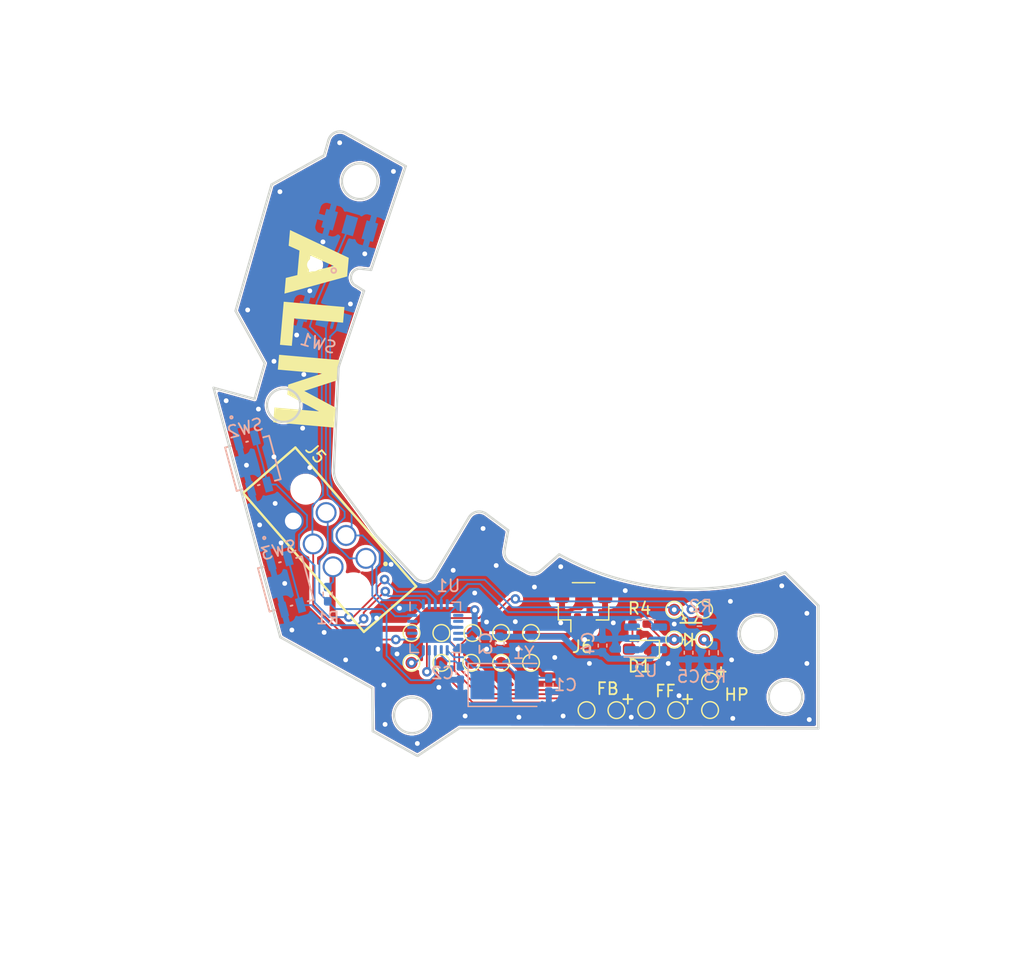
<source format=kicad_pcb>
(kicad_pcb (version 20221018) (generator pcbnew)
  (layers (0 "F.Cu" signal) (31 "B.Cu" signal) (34 "B.Paste" user) (35 "F.Paste" user) (36 "B.SilkS" user "B.Silkscreen") (37 "F.SilkS" user "F.Silkscreen") (38 "B.Mask" user) (39 "F.Mask" user) (44 "Edge.Cuts" user))
  (net 0 "")
  (net 1 "Net-(U1-XTAL1{slash}PB0)")
  (net 2 "GND")
  (net 3 "Net-(U1-XTAL2{slash}PB1)")
  (net 4 "+3V3")
  (net 5 "Net-(U2-OUT)")
  (net 6 "/~{reset}")
  (net 7 "/SCK")
  (net 8 "/MISO")
  (net 9 "/MOSI")
  (net 10 "+BATT")
  (net 11 "/opto_out")
  (net 12 "Net-(OC1-Pad2)")
  (net 13 "/vol_up")
  (net 14 "/vol_down")
  (net 15 "/FF_mic_R_+")
  (net 16 "/FF_mic_R_-")
  (net 17 "/FB_mic_R_+")
  (net 18 "/FB_mic_R_-")
  (net 19 "/HP_R_+")
  (net 20 "/HP_R_-")
  (net 21 "/right_side_data")
  (net 22 "/opto_LDR")
  (net 23 "/opto_en")
  (net 31 "Net-(D1-A)")
  (footprint "LED_SMD:LED_0603_1608Metric_Pad1.05x0.95mm_HandSolder" (layer "F.Cu") (at 61 93.7 180)
    (fp_text reference "D1" (at 0 -1.43 180) (layer "F.SilkS"))
    (fp_text value "LED")
    (pad "1" smd roundrect (at -0.875 0 180) (size 1.05 0.95) (layers "F.Cu" "F.Paste" "F.Mask") (net 2 "GND"))
    (pad "2" smd roundrect (at 0.875 0 180) (size 1.05 0.95) (layers "F.Cu" "F.Paste" "F.Mask") (net 31 "Net-(D1-A)"))
  )
  (footprint "TestPoint:TestPoint_Pad_D1.0mm" (layer "F.Cu") (at 41.912115 92.347962)
    (fp_text reference "TP8" hide)
    (fp_text value "TestPoint")
    (pad "1" smd circle (at 0 0) (size 1 1) (layers "F.Cu" "F.Mask") (net 4 "+3V3"))
  )
  (footprint "TestPoint:TestPoint_Pad_D1.0mm" (layer "F.Cu") (at 46.912115 94.847963)
    (fp_text reference "TP16" hide)
    (fp_text value "TestPoint")
    (pad "1" smd circle (at 0 0) (size 1 1) (layers "F.Cu" "F.Mask") (net 15 "/FF_mic_R_+"))
  )
  (footprint "TestPoint:TestPoint_Pad_D1.0mm" (layer "F.Cu") (at 47.012115 92.347962)
    (fp_text reference "TP13" hide)
    (fp_text value "TestPoint")
    (pad "1" smd circle (at 0 0) (size 1 1) (layers "F.Cu" "F.Mask") (net 16 "/FF_mic_R_-"))
  )
  (footprint "TestPoint:TestPoint_Pad_D1.0mm" (layer "F.Cu") (at 63.9 92.9 90)
    (fp_text reference "TP17" hide)
    (fp_text value "TestPoint")
    (pad "1" smd circle (at 0 0 90) (size 1 1) (layers "F.Cu" "F.Mask") (net 5 "Net-(U2-OUT)"))
  )
  (footprint "TestPoint:TestPoint_Pad_D1.0mm" (layer "F.Cu") (at 66.4 92.9 90)
    (fp_text reference "TP18" hide)
    (fp_text value "TestPoint")
    (pad "1" smd circle (at 0 0 90) (size 1 1) (layers "F.Cu" "F.Mask") (net 12 "Net-(OC1-Pad2)"))
  )
  (footprint "TestPoint:TestPoint_Pad_D1.0mm" (layer "F.Cu") (at 59.060237 98.808576 -90)
    (fp_text reference "TP3" hide)
    (fp_text value "TestPoint")
    (pad "1" smd circle (at 0 0 270) (size 1 1) (layers "F.Cu" "F.Mask") (net 17 "/FB_mic_R_+"))
  )
  (footprint "TestPoint:TestPoint_Pad_D1.0mm" (layer "F.Cu") (at 63.9 90.4 90)
    (fp_text reference "TP19" hide)
    (fp_text value "TestPoint")
    (pad "1" smd circle (at 0 0 90) (size 1 1) (layers "F.Cu" "F.Mask") (net 11 "/opto_out"))
  )
  (footprint "TestPoint:TestPoint_Pad_D1.0mm" (layer "F.Cu") (at 64.060236 98.808576 -90)
    (fp_text reference "TP1" hide)
    (fp_text value "TestPoint")
    (pad "1" smd circle (at 0 0 270) (size 1 1) (layers "F.Cu" "F.Mask") (net 15 "/FF_mic_R_+"))
  )
  (footprint "TestPoint:TestPoint_Pad_D1.0mm" (layer "F.Cu") (at 49.412115 92.347962)
    (fp_text reference "TP7" hide)
    (fp_text value "TestPoint")
    (pad "1" smd circle (at 0 0) (size 1 1) (layers "F.Cu" "F.Mask") (net 2 "GND"))
  )
  (footprint "TestPoint:TestPoint_Pad_D1.0mm" (layer "F.Cu") (at 66.9 98.8)
    (fp_text reference "TP6" hide)
    (fp_text value "TestPoint")
    (pad "1" smd circle (at 0 0) (size 1 1) (layers "F.Cu" "F.Mask") (net 20 "/HP_R_-"))
  )
  (footprint "TestPoint:TestPoint_Pad_D1.0mm" (layer "F.Cu") (at 51.912115 92.347962)
    (fp_text reference "TP9" hide)
    (fp_text value "TestPoint")
    (pad "1" smd circle (at 0 0) (size 1 1) (layers "F.Cu" "F.Mask") (net 10 "+BATT"))
  )
  (footprint "TestPoint:TestPoint_Pad_D1.0mm" (layer "F.Cu") (at 44.412115 94.847963)
    (fp_text reference "TP15" hide)
    (fp_text value "TestPoint")
    (pad "1" smd circle (at 0 0) (size 1 1) (layers "F.Cu" "F.Mask") (net 18 "/FB_mic_R_-"))
  )
  (footprint "TestPoint:TestPoint_Pad_D1.0mm" (layer "F.Cu") (at 41.912115 94.847963)
    (fp_text reference "TP12" hide)
    (fp_text value "TestPoint")
    (pad "1" smd circle (at 0 0) (size 1 1) (layers "F.Cu" "F.Mask") (net 21 "/right_side_data"))
  )
  (footprint "Connector_JST:JST_SH_BM02B-SRSS-TB_1x02-1MP_P1.00mm_Vertical" (layer "F.Cu") (at 56.309763 90.146694 -0.1)
    (fp_text reference "J6" (at -0.10391 3.353492 179.9) (layer "F.SilkS"))
    (fp_text value "Batt")
    (pad "1" smd roundrect (at -0.5 1.325 359.9) (size 0.6 1.55) (layers "F.Cu" "F.Paste" "F.Mask") (net 10 "+BATT"))
    (pad "2" smd roundrect (at 0.5 1.325 359.9) (size 0.6 1.55) (layers "F.Cu" "F.Paste" "F.Mask") (net 2 "GND"))
    (pad "MP" smd roundrect (at -1.8 -1.2 359.9) (size 1.2 1.8) (layers "F.Cu" "F.Paste" "F.Mask") (roundrect_rratio 0.2083333333) (net 2 "GND"))
    (pad "MP" smd roundrect (at 1.8 -1.2 359.9) (size 1.2 1.8) (layers "F.Cu" "F.Paste" "F.Mask") (roundrect_rratio 0.2083333333) (net 2 "GND"))
  )
  (footprint "TestPoint:TestPoint_Pad_D1.0mm" (layer "F.Cu") (at 66.9 96.4)
    (fp_text reference "TP5" hide)
    (fp_text value "TestPoint")
    (pad "1" smd circle (at 0 0) (size 1 1) (layers "F.Cu" "F.Mask") (net 19 "/HP_R_+"))
  )
  (footprint "TestPoint:TestPoint_Pad_D1.0mm" (layer "F.Cu") (at 56.560236 98.808576 -90)
    (fp_text reference "TP4" hide)
    (fp_text value "TestPoint")
    (pad "1" smd circle (at 0 0 270) (size 1 1) (layers "F.Cu" "F.Mask") (net 18 "/FB_mic_R_-"))
  )
  (footprint "TestPoint:TestPoint_Pad_D1.0mm" (layer "F.Cu") (at 66.4 90.4 90)
    (fp_text reference "TP20" hide)
    (fp_text value "TestPoint")
    (pad "1" smd circle (at 0 0 90) (size 1 1) (layers "F.Cu" "F.Mask") (net 22 "/opto_LDR"))
  )
  (footprint "TestPoint:TestPoint_Pad_D1.0mm" (layer "F.Cu") (at 61.560237 98.808576 -90)
    (fp_text reference "TP2" hide)
    (fp_text value "TestPoint")
    (pad "1" smd circle (at 0 0 270) (size 1 1) (layers "F.Cu" "F.Mask") (net 16 "/FF_mic_R_-"))
  )
  (footprint "TestPoint:TestPoint_Pad_D1.0mm" (layer "F.Cu") (at 44.412115 92.347962)
    (fp_text reference "TP14" hide)
    (fp_text value "TestPoint")
    (pad "1" smd circle (at 0 0) (size 1 1) (layers "F.Cu" "F.Mask") (net 17 "/FB_mic_R_+"))
  )
  (footprint "Resistor_SMD:R_0402_1005Metric_Pad0.72x0.64mm_HandSolder" (layer "F.Cu") (at 61 91.6 180)
    (fp_text reference "R4" (at 0 1.3) (layer "F.SilkS"))
    (fp_text value "220")
    (pad "1" smd roundrect (at -0.5975 0 180) (size 0.715 0.64) (layers "F.Cu" "F.Paste" "F.Mask") (net 5 "Net-(U2-OUT)"))
    (pad "2" smd roundrect (at 0.5975 0 180) (size 0.715 0.64) (layers "F.Cu" "F.Paste" "F.Mask") (net 31 "Net-(D1-A)"))
  )
  (footprint "WE 6 Position SKEDD:490107670612" (layer "F.Cu") (at 35.058531 84.536992 -49)
    (fp_text reference "J5" (at -6.221892 -3.873539 131) (layer "F.SilkS"))
    (fp_text value "programming")
    (pad "" np_thru_hole circle locked (at -4.505 -1.27 311) (size 2.1 2.1) (drill 2.1) (layers "*.Cu" "*.Mask"))
    (pad "" np_thru_hole circle locked (at 4.505 1.27 311) (size 2.5 2.5) (drill 2.5) (layers "*.Cu" "*.Mask"))
    (pad "1" thru_hole circle locked (at 3.175 -1.27 311) (size 1.75 1.75) (drill 1.4) (layers "*.Cu" "*.Mask") (net 8 "/MISO"))
    (pad "2" thru_hole circle locked (at 1.905 1.27 311) (size 1.75 1.75) (drill 1.4) (layers "*.Cu" "*.Mask") (net 4 "+3V3"))
    (pad "3" thru_hole circle locked (at 0.635 -1.27 311) (size 1.75 1.75) (drill 1.4) (layers "*.Cu" "*.Mask") (net 7 "/SCK"))
    (pad "4" thru_hole circle locked (at -0.635 1.27 311) (size 1.75 1.75) (drill 1.4) (layers "*.Cu" "*.Mask") (net 9 "/MOSI"))
    (pad "5" thru_hole circle locked (at -1.905 -1.27 311) (size 1.75 1.75) (drill 1.4) (layers "*.Cu" "*.Mask") (net 6 "/~{reset}"))
    (pad "6" thru_hole circle locked (at -3.175 1.27 311) (size 1.75 1.75) (drill 1.4) (layers "*.Cu" "*.Mask") (net 2 "GND"))
  )
  (footprint "TestPoint:TestPoint_Pad_D1.0mm" (layer "F.Cu") (at 49.412115 94.847963)
    (fp_text reference "TP11" hide)
    (fp_text value "TestPoint")
    (pad "1" smd circle (at 0 0) (size 1 1) (layers "F.Cu" "F.Mask") (net 20 "/HP_R_-"))
  )
  (footprint "TestPoint:TestPoint_Pad_D1.0mm" (layer "F.Cu") (at 51.912115 94.847963)
    (fp_text reference "TP10" hide)
    (fp_text value "TestPoint")
    (pad "1" smd circle (at 0 0) (size 1 1) (layers "F.Cu" "F.Mask") (net 19 "/HP_R_+"))
  )
  (footprint "ul_EVQ-P7A01P:EVQ_P7_PAN" (layer "B.Cu") (at 31.385809 88.242982 -75)
    (fp_text reference "SW3" (at -2.897728 -0.16997 15 unlocked) (layer "B.SilkS") (effects (justify mirror)))
    (fp_text value "Volume down")
    (pad "1" smd rect (at -2.032 0.740001 285) (size 1.2446 0.6604) (layers "B.Cu" "B.Paste" "B.Mask") (net 2 "GND"))
    (pad "1" smd rect (at 2.032 0.740001 285) (size 1.2446 0.6604) (layers "B.Cu" "B.Paste" "B.Mask") (net 2 "GND"))
    (pad "2" smd rect (at -2.032 -0.740001 285) (size 1.2446 0.6604) (layers "B.Cu" "B.Paste" "B.Mask") (net 14 "/vol_down"))
    (pad "2" smd rect (at 2.032 -0.740001 285) (size 1.2446 0.6604) (layers "B.Cu" "B.Paste" "B.Mask") (net 14 "/vol_down"))
  )
  (footprint "Capacitor_SMD:C_0402_1005Metric_Pad0.74x0.62mm_HandSolder" (layer "B.Cu") (at 65.1 94 -90)
    (fp_text reference "C5" (at 2 0 -180) (layer "B.SilkS") (effects (justify mirror)))
    (fp_text value "0.1uF")
    (pad "1" smd roundrect (at -0.5675 0 270) (size 0.735 0.62) (layers "B.Cu" "B.Paste" "B.Mask") (net 5 "Net-(U2-OUT)"))
    (pad "2" smd roundrect (at 0.5675 0 270) (size 0.735 0.62) (layers "B.Cu" "B.Paste" "B.Mask") (net 2 "GND"))
  )
  (footprint "Capacitor_SMD:C_0402_1005Metric_Pad0.74x0.62mm_HandSolder" (layer "B.Cu") (at 57.9 93.4 90)
    (fp_text reference "C4" (at 0.2 -1.2 90) (layer "B.SilkS") (effects (justify mirror)))
    (fp_text value "10uF")
    (pad "1" smd roundrect (at -0.5675 0 90) (size 0.735 0.62) (layers "B.Cu" "B.Paste" "B.Mask") (net 4 "+3V3"))
    (pad "2" smd roundrect (at 0.5675 0 90) (size 0.735 0.62) (layers "B.Cu" "B.Paste" "B.Mask") (net 2 "GND"))
  )
  (footprint "Package_TO_SOT_SMD:SOT-23-5" (layer "B.Cu") (at 61.5 92.8)
    (fp_text reference "U2" (at 0 2.7) (layer "B.SilkS") (effects (justify mirror)))
    (fp_text value "AP22814AW5")
    (pad "1" smd roundrect (at -1.1375 0.95) (size 1.325 0.6) (layers "B.Cu" "B.Paste" "B.Mask") (net 5 "Net-(U2-OUT)"))
    (pad "2" smd roundrect (at -1.1375 0) (size 1.325 0.6) (layers "B.Cu" "B.Paste" "B.Mask") (net 2 "GND"))
    (pad "3" smd roundrect (at -1.1375 -0.95) (size 1.325 0.6) (layers "B.Cu" "B.Paste" "B.Mask"))
    (pad "4" smd roundrect (at 1.1375 -0.95) (size 1.325 0.6) (layers "B.Cu" "B.Paste" "B.Mask") (net 23 "/opto_en"))
    (pad "5" smd roundrect (at 1.1375 0.95) (size 1.325 0.6) (layers "B.Cu" "B.Paste" "B.Mask") (net 4 "+3V3"))
  )
  (footprint "Capacitor_SMD:C_0402_1005Metric_Pad0.74x0.62mm_HandSolder" (layer "B.Cu") (at 49.3 93.2325 -90)
    (fp_text reference "C3" (at 0 1.16 90) (layer "B.SilkS") (effects (justify mirror)))
    (fp_text value "10uf")
    (pad "1" smd roundrect (at -0.5675 0 270) (size 0.735 0.62) (layers "B.Cu" "B.Paste" "B.Mask") (net 4 "+3V3"))
    (pad "2" smd roundrect (at 0.5675 0 270) (size 0.735 0.62) (layers "B.Cu" "B.Paste" "B.Mask") (net 2 "GND"))
  )
  (footprint "ul_EVQ-P7A01P:EVQ_P7_PAN" (layer "B.Cu") (at 28.637157 78.144224 -75)
    (fp_text reference "SW2" (at -3.00881 -0.146575 15 unlocked) (layer "B.SilkS") (effects (justify mirror)))
    (fp_text value "Volume up")
    (pad "1" smd rect (at -2.032 0.740001 285) (size 1.2446 0.6604) (layers "B.Cu" "B.Paste" "B.Mask") (net 2 "GND"))
    (pad "1" smd rect (at 2.032 0.740001 285) (size 1.2446 0.6604) (layers "B.Cu" "B.Paste" "B.Mask") (net 2 "GND"))
    (pad "2" smd rect (at -2.032 -0.740001 285) (size 1.2446 0.6604) (layers "B.Cu" "B.Paste" "B.Mask") (net 13 "/vol_up"))
    (pad "2" smd rect (at 2.032 -0.740001 285) (size 1.2446 0.6604) (layers "B.Cu" "B.Paste" "B.Mask") (net 13 "/vol_up"))
  )
  (footprint "Package_DFN_QFN:QFN-20-1EP_4x4mm_P0.5mm_EP2.6x2.6mm" (layer "B.Cu") (at 43.9 91.875 -90)
    (fp_text reference "U1" (at -3.475 -1.1) (layer "B.SilkS") (effects (justify mirror)))
    (fp_text value "ATtiny441-M")
    (pad "1" smd roundrect (at -1.925 1 270) (size 0.85 0.25) (layers "B.Cu" "B.Paste" "B.Mask") (net 7 "/SCK"))
    (pad "2" smd roundrect (at -1.925 0.5 270) (size 0.85 0.25) (layers "B.Cu" "B.Paste" "B.Mask") (net 14 "/vol_down"))
    (pad "3" smd roundrect (at -1.925 0 270) (size 0.85 0.25) (layers "B.Cu" "B.Paste" "B.Mask") (net 13 "/vol_up"))
    (pad "4" smd roundrect (at -1.925 -0.5 270) (size 0.85 0.25) (layers "B.Cu" "B.Paste" "B.Mask") (net 11 "/opto_out"))
    (pad "5" smd roundrect (at -1.925 -1 270) (size 0.85 0.25) (layers "B.Cu" "B.Paste" "B.Mask") (net 23 "/opto_en"))
    (pad "6" smd roundrect (at -1 -1.925 270) (size 0.25 0.85) (layers "B.Cu" "B.Paste" "B.Mask"))
    (pad "7" smd roundrect (at -0.5 -1.925 270) (size 0.25 0.85) (layers "B.Cu" "B.Paste" "B.Mask"))
    (pad "8" smd roundrect (at 0 -1.925 270) (size 0.25 0.85) (layers "B.Cu" "B.Paste" "B.Mask") (net 2 "GND"))
    (pad "9" smd roundrect (at 0.5 -1.925 270) (size 0.25 0.85) (layers "B.Cu" "B.Paste" "B.Mask") (net 4 "+3V3"))
    (pad "10" smd roundrect (at 1 -1.925 270) (size 0.25 0.85) (layers "B.Cu" "B.Paste" "B.Mask"))
    (pad "11" smd roundrect (at 1.925 -1 270) (size 0.85 0.25) (layers "B.Cu" "B.Paste" "B.Mask") (net 1 "Net-(U1-XTAL1{slash}PB0)"))
    (pad "12" smd roundrect (at 1.925 -0.5 270) (size 0.85 0.25) (layers "B.Cu" "B.Paste" "B.Mask") (net 3 "Net-(U1-XTAL2{slash}PB1)"))
    (pad "13" smd roundrect (at 1.925 0 270) (size 0.85 0.25) (layers "B.Cu" "B.Paste" "B.Mask") (net 6 "/~{reset}"))
    (pad "14" smd roundrect (at 1.925 0.5 270) (size 0.85 0.25) (layers "B.Cu" "B.Paste" "B.Mask") (net 22 "/opto_LDR"))
    (pad "15" smd roundrect (at 1.925 1 270) (size 0.85 0.25) (layers "B.Cu" "B.Paste" "B.Mask") (net 21 "/right_side_data"))
    (pad "16" smd roundrect (at 1 1.925 270) (size 0.25 0.85) (layers "B.Cu" "B.Paste" "B.Mask") (net 9 "/MOSI"))
    (pad "17" smd roundrect (at 0.5 1.925 270) (size 0.25 0.85) (layers "B.Cu" "B.Paste" "B.Mask"))
    (pad "18" smd roundrect (at 0 1.925 270) (size 0.25 0.85) (layers "B.Cu" "B.Paste" "B.Mask"))
    (pad "19" smd roundrect (at -0.5 1.925 270) (size 0.25 0.85) (layers "B.Cu" "B.Paste" "B.Mask"))
    (pad "20" smd roundrect (at -1 1.925 270) (size 0.25 0.85) (layers "B.Cu" "B.Paste" "B.Mask") (net 8 "/MISO"))
    (pad "21" smd rect (at 0 0 270) (size 2.6 2.6) (layers "B.Cu" "B.Mask") (net 2 "GND"))
  )
  (footprint "JLS1300-08:JLS1300-08-1F" (layer "B.Cu") (at 35.644871 62.067512 -105.899)
    (fp_text reference "SW1" (at 6.224925 -0.166889 -15.899 unlocked) (layer "B.SilkS") (effects (justify mirror)))
    (fp_text value "jog stick")
    (pad "" np_thru_hole circle (at 0 -2 254.101) (size 1.1 1.1) (drill 1.1) (layers "F&B.Cu" "*.Mask"))
    (pad "" np_thru_hole circle (at 0 2 254.101) (size 1.1 1.1) (drill 1.1) (layers "F&B.Cu" "*.Mask"))
    (pad "1" smd rect (at -4 1.75 254.101) (size 1.6 1) (layers "B.Cu" "B.Paste" "B.Mask") (net 2 "GND"))
    (pad "2" smd rect (at -4 0 254.101) (size 1.6 1) (layers "B.Cu" "B.Paste" "B.Mask") (net 9 "/MOSI"))
    (pad "3" smd rect (at -4 -1.75 254.101) (size 1.6 1) (layers "B.Cu" "B.Paste" "B.Mask") (net 2 "GND"))
    (pad "4" smd rect (at 4 1.75 254.101) (size 1.6 1) (layers "B.Cu" "B.Paste" "B.Mask") (net 2 "GND"))
    (pad "5" smd rect (at 4 0 254.101) (size 1.6 1) (layers "B.Cu" "B.Paste" "B.Mask") (net 8 "/MISO"))
    (pad "6" smd rect (at 4 -1.75 254.101) (size 1.6 1) (layers "B.Cu" "B.Paste" "B.Mask") (net 7 "/SCK"))
  )
  (footprint "Resistor_SMD:R_0402_1005Metric_Pad0.72x0.64mm_HandSolder" (layer "B.Cu") (at 66 91.4)
    (fp_text reference "R2" (at 0.1 -1.3) (layer "B.SilkS") (effects (justify mirror)))
    (fp_text value "68k")
    (pad "1" smd roundrect (at -0.5975 0) (size 0.715 0.64) (layers "B.Cu" "B.Paste" "B.Mask") (net 11 "/opto_out"))
    (pad "2" smd roundrect (at 0.5975 0) (size 0.715 0.64) (layers "B.Cu" "B.Paste" "B.Mask") (net 2 "GND"))
  )
  (footprint "Resistor_SMD:R_0402_1005Metric_Pad0.72x0.64mm_HandSolder" (layer "B.Cu") (at 34.9 89.1 -90)
    (fp_text reference "R1" (at 2 0 -180) (layer "B.SilkS") (effects (justify mirror)))
    (fp_text value "10k")
    (pad "1" smd roundrect (at -0.5975 0 270) (size 0.715 0.64) (layers "B.Cu" "B.Paste" "B.Mask") (net 4 "+3V3"))
    (pad "2" smd roundrect (at 0.5975 0 270) (size 0.715 0.64) (layers "B.Cu" "B.Paste" "B.Mask") (net 6 "/~{reset}"))
  )
  (footprint "Capacitor_SMD:C_0402_1005Metric_Pad0.74x0.62mm_HandSolder" (layer "B.Cu") (at 53.4 96.7 -90)
    (fp_text reference "C1" (at 0 -1.4 -180) (layer "B.SilkS") (effects (justify mirror)))
    (fp_text value "18pF")
    (pad "1" smd roundrect (at -0.5675 0 270) (size 0.735 0.62) (layers "B.Cu" "B.Paste" "B.Mask") (net 1 "Net-(U1-XTAL1{slash}PB0)"))
    (pad "2" smd roundrect (at 0.5675 0 270) (size 0.735 0.62) (layers "B.Cu" "B.Paste" "B.Mask") (net 2 "GND"))
  )
  (footprint "Resistor_SMD:R_0402_1005Metric_Pad0.72x0.64mm_HandSolder" (layer "B.Cu") (at 67.2 94 -90)
    (fp_text reference "R3" (at 2 -0.1 -180) (layer "B.SilkS") (effects (justify mirror)))
    (fp_text value "200")
    (pad "1" smd roundrect (at -0.5975 0 270) (size 0.715 0.64) (layers "B.Cu" "B.Paste" "B.Mask") (net 12 "Net-(OC1-Pad2)"))
    (pad "2" smd roundrect (at 0.5975 0 270) (size 0.715 0.64) (layers "B.Cu" "B.Paste" "B.Mask") (net 2 "GND"))
  )
  (footprint "Crystal:Crystal_SMD_5032-2Pin_5.0x3.2mm" (layer "B.Cu") (at 49.7 96.7)
    (fp_text reference "Y1" (at 1.6 -2.7) (layer "B.SilkS") (effects (justify mirror)))
    (fp_text value "8Mhz")
    (pad "1" smd rect (at -1.85 0) (size 2 2.4) (layers "B.Cu" "B.Paste" "B.Mask") (net 3 "Net-(U1-XTAL2{slash}PB1)"))
    (pad "2" smd rect (at 1.85 0) (size 2 2.4) (layers "B.Cu" "B.Paste" "B.Mask") (net 1 "Net-(U1-XTAL1{slash}PB0)"))
  )
  (footprint "Capacitor_SMD:C_0402_1005Metric_Pad0.74x0.62mm_HandSolder" (layer "B.Cu") (at 46 95.7 -90)
    (fp_text reference "C2" (at 0 1.5 -180) (layer "B.SilkS") (effects (justify mirror)))
    (fp_text value "18pF")
    (pad "1" smd roundrect (at -0.5675 0 270) (size 0.735 0.62) (layers "B.Cu" "B.Paste" "B.Mask") (net 3 "Net-(U1-XTAL2{slash}PB1)"))
    (pad "2" smd roundrect (at 0.5675 0 270) (size 0.735 0.62) (layers "B.Cu" "B.Paste" "B.Mask") (net 2 "GND"))
  )
  (gr_line (start 64.7 91) (end 64.9 91.1) (stroke (width 0.15)) (layer "F.SilkS"))
  (gr_line (start 64.8 92.4) (end 64.8 93.4) (stroke (width 0.15)) (layer "F.SilkS"))
  (gr_line (start 64.8 93.4) (end 65.4 92.9) (stroke (width 0.15)) (layer "F.SilkS"))
  (gr_line (start 64.7 91) (end 64.6 91.2) (stroke (width 0.15)) (layer "F.SilkS"))
  (gr_line (start 65.4 93.4) (end 65.4 92.4) (stroke (width 0.15)) (layer "F.SilkS"))
  (gr_line (start 64.4 91.5) (end 66.2 91.5) (stroke (width 0.15)) (layer "F.SilkS"))
  (gr_line (start 64.8 92.9) (end 64.6 92.9) (stroke (width 0.15)) (layer "F.SilkS"))
  (gr_line (start 65.6 91.5) (end 64.9 91.5) (stroke (width 0.15)) (layer "F.SilkS"))
  (gr_line (start 65.4 92.9) (end 64.8 92.4) (stroke (width 0.15)) (layer "F.SilkS"))
  (gr_line (start 64.9 91.5) (end 64.6 90.8) (stroke (width 0.15)) (layer "F.SilkS"))
  (gr_line (start 65.9 90.9) (end 65.6 91.5) (stroke (width 0.15)) (layer "F.SilkS"))
  (gr_line (start 65.4 92.9) (end 65.7 92.9) (stroke (width 0.15)) (layer "F.SilkS"))
  (gr_line (start 38.926004 84.163682) (end 42.214433 87.704859) (stroke (width 0.2)) (layer "Edge.Cuts"))
  (gr_line (start 41.425572 53.261303) (end 36.405822 50.478811) (stroke (width 0.2)) (layer "Edge.Cuts"))
  (gr_line (start 42.415401 102.646392) (end 45.931182 100.302904) (stroke (width 0.2)) (layer "Edge.Cuts"))
  (gr_line (start 51.583438 87.238693) (end 50.196266 86.453745) (stroke (width 0.2)) (layer "Edge.Cuts"))
  (gr_arc (start 73.187299 87.267192) (mid 63.567585 88.579437) (end 54.27505 85.767023) (stroke (width 0.2)) (layer "Edge.Cuts"))
  (gr_arc (start 46.716395 82.668686) (mid 47.38091 82.200805) (end 48.173433 82.380883) (stroke (width 0.2)) (layer "Edge.Cuts"))
  (gr_line (start 30.202663 54.796966) (end 34.595516 52.354384) (stroke (width 0.2)) (layer "Edge.Cuts"))
  (gr_arc (start 34.959388 51.079062) (mid 35.53772 50.429802) (end 36.405822 50.478811) (stroke (width 0.2)) (layer "Edge.Cuts"))
  (gr_arc (start 52.736047 87.119525) (mid 52.178766 87.363067) (end 51.583438 87.238693) (stroke (width 0.2)) (layer "Edge.Cuts"))
  (gr_line (start 28.774912 72.754815) (end 25.346138 71.818428) (stroke (width 0.2)) (layer "Edge.Cuts"))
  (gr_arc (start 35.803758 79.92909) (mid 35.499779 79.323275) (end 35.415596 78.650721) (stroke (width 0.2)) (layer "Edge.Cuts"))
  (gr_arc (start 37.3 63.3) (mid 36.864932 62.400813) (end 37.694462 61.844304) (stroke (width 0.2)) (layer "Edge.Cuts"))
  (gr_line (start 38.926004 84.163682) (end 35.803758 79.92909) (stroke (width 0.2)) (layer "Edge.Cuts"))
  (gr_line (start 38.63133 96.970863) (end 38.674271 100.57265) (stroke (width 0.2)) (layer "Edge.Cuts"))
  (gr_line (start 27.184609 65.374837) (end 30.202663 54.796966) (stroke (width 0.2)) (layer "Edge.Cuts"))
  (gr_line (start 29.627192 69.767691) (end 28.774912 72.754815) (stroke (width 0.2)) (layer "Edge.Cuts"))
  (gr_line (start 29.627192 69.767691) (end 27.184609 65.374837) (stroke (width 0.2)) (layer "Edge.Cuts"))
  (gr_circle (center 37.58116 54.518114) (end 38.89309 55.245329) (stroke (width 0.2)) (fill none) (layer "Edge.Cuts"))
  (gr_line (start 35.8073 70.095399) (end 37.936002 63.711349) (stroke (width 0.2)) (layer "Edge.Cuts"))
  (gr_line (start 38.674271 100.57265) (end 42.415401 102.646392) (stroke (width 0.2)) (layer "Edge.Cuts"))
  (gr_circle (center 73.21025 97.706399) (end 74.434717 98.385133) (stroke (width 0.2)) (fill none) (layer "Edge.Cuts"))
  (gr_circle (center 70.883833 92.415106) (end 72.195762 93.14232) (stroke (width 0.2)) (fill none) (layer "Edge.Cuts"))
  (gr_line (start 38.527827 61.941911) (end 37.694462 61.844304) (stroke (width 0.2)) (layer "Edge.Cuts"))
  (gr_line (start 38.527827 61.941911) (end 41.425572 53.261303) (stroke (width 0.2)) (layer "Edge.Cuts"))
  (gr_line (start 30.934097 92.704216) (end 38.63133 96.970863) (stroke (width 0.2)) (layer "Edge.Cuts"))
  (gr_line (start 43.805509 87.537531) (end 46.716395 82.668686) (stroke (width 0.2)) (layer "Edge.Cuts"))
  (gr_arc (start 50.196266 86.453745) (mid 49.783974 86.009269) (end 49.704205 85.408282) (stroke (width 0.2)) (layer "Edge.Cuts"))
  (gr_line (start 75.967349 90.056792) (end 73.187299 87.267192) (stroke (width 0.2)) (layer "Edge.Cuts"))
  (gr_line (start 35.415596 78.650721) (end 35.8073 70.095399) (stroke (width 0.2)) (layer "Edge.Cuts"))
  (gr_line (start 34.595516 52.354384) (end 34.959388 51.079062) (stroke (width 0.2)) (layer "Edge.Cuts"))
  (gr_line (start 75.956588 100.334341) (end 75.967349 90.056792) (stroke (width 0.2)) (layer "Edge.Cuts"))
  (gr_line (start 54.27505 85.767023) (end 52.736047 87.119525) (stroke (width 0.2)) (layer "Edge.Cuts"))
  (gr_line (start 30.934097 92.704216) (end 25.346138 71.818428) (stroke (width 0.2)) (layer "Edge.Cuts"))
  (gr_line (start 49.704205 85.408282) (end 49.99987 83.746211) (stroke (width 0.2)) (layer "Edge.Cuts"))
  (gr_line (start 37.936002 63.711349) (end 37.3 63.3) (stroke (width 0.2)) (layer "Edge.Cuts"))
  (gr_arc (start 43.805509 87.537531) (mid 43.051788 88.018907) (end 42.214433 87.704859) (stroke (width 0.2)) (layer "Edge.Cuts"))
  (gr_line (start 45.931182 100.302904) (end 75.956588 100.334341) (stroke (width 0.2)) (layer "Edge.Cuts"))
  (gr_circle (center 31.210175 73.282024) (end 32.434643 73.960757) (stroke (width 0.2)) (fill none) (layer "Edge.Cuts"))
  (gr_line (start 48.173433 82.380883) (end 49.99987 83.746211) (stroke (width 0.2)) (layer "Edge.Cuts"))
  (gr_circle (center 41.946007 99.241689) (end 43.257936 99.968903) (stroke (width 0.2)) (fill none) (layer "Edge.Cuts"))
  (gr_text "+" (at 59.3 98.4) (layer "F.SilkS") (effects (font (size 1 1)) (justify left bottom)))
  (gr_text "HP" (at 68 98.1) (layer "F.SilkS") (effects (font (size 1 1)) (justify left bottom)))
  (gr_text "FB" (at 57.3 97.6) (layer "F.SilkS") (effects (font (size 1 1)) (justify left bottom)))
  (gr_text "ALM" (at 30.9 58.5 265) (layer "F.SilkS") (effects (font (size 5 5) (thickness 0.3) bold) (justify left bottom)))
  (gr_text "+" (at 67.1 96.1) (layer "F.SilkS") (effects (font (size 1 1)) (justify left bottom)))
  (gr_text "+" (at 64.3 98.4) (layer "F.SilkS") (effects (font (size 1 1)) (justify left bottom)))
  (gr_text "FF" (at 62.2 97.8) (layer "F.SilkS") (effects (font (size 1 1)) (justify left bottom)))
  (segment (start 50.075 95.225) (end 51.55 96.7) (width 0.15) (layer "B.Cu") (net 1))
  (segment (start 52.15 96.1) (end 51.55 96.7) (width 0.15) (layer "B.Cu") (net 1))
  (segment (start 47.068112 95.225) (end 50.075 95.225) (width 0.15) (layer "B.Cu") (net 1))
  (segment (start 44.9 93.8) (end 45.475 94.375) (width 0.15) (layer "B.Cu") (net 1))
  (segment (start 53.4 96.1325) (end 53.3675 96.1) (width 0.15) (layer "B.Cu") (net 1))
  (segment (start 53.3675 96.1) (end 52.15 96.1) (width 0.15) (layer "B.Cu") (net 1))
  (segment (start 45.475 94.375) (end 46.218112 94.375) (width 0.15) (layer "B.Cu") (net 1))
  (segment (start 46.218112 94.375) (end 47.068112 95.225) (width 0.15) (layer "B.Cu") (net 1))
  (segment (start 56.80745 92.49255) (end 56.4 92.9) (width 0.5) (layer "F.Cu") (net 2))
  (segment (start 56.80745 91.472565) (end 56.80745 92.49255) (width 0.5) (layer "F.Cu") (net 2))
  (via (at 30.5 81.5) (size 0.8) (drill 0.4) (layers "F.Cu" "B.Cu") (net 2))
  (via (at 52.2 88.5) (size 0.8) (drill 0.4) (layers "F.Cu" "B.Cu") (net 2))
  (via (at 35.9 51.3) (size 0.8) (drill 0.4) (layers "F.Cu" "B.Cu") (net 2))
  (via (at 31.9 92.1) (size 0.8) (drill 0.4) (layers "F.Cu" "B.Cu") (net 2))
  (via (at 68.8 99.5) (size 0.8) (drill 0.4) (layers "F.Cu" "B.Cu") (net 2))
  (via (at 39.6 96.7) (size 0.8) (drill 0.4) (layers "F.Cu" "B.Cu") (net 2))
  (via (at 31.3 88.2) (size 0.8) (drill 0.4) (layers "F.Cu" "B.Cu") (net 2))
  (via (at 45.4 87.1) (size 0.8) (drill 0.4) (layers "F.Cu" "B.Cu") (net 2))
  (via (at 34.6 92.3) (size 0.8) (drill 0.4) (layers "F.Cu" "B.Cu") (net 2))
  (via (at 39.7 100) (size 0.8) (drill 0.4) (layers "F.Cu" "B.Cu") (net 2))
  (via (at 42.4 101.6) (size 0.8) (drill 0.4) (layers "F.Cu" "B.Cu") (net 2))
  (via (at 36.8 64.8) (size 0.8) (drill 0.4) (layers "F.Cu" "B.Cu") (net 2))
  (via (at 29.1 73.6) (size 0.8) (drill 0.4) (layers "F.Cu" "B.Cu") (net 2))
  (via (at 47.2 89) (size 0.8) (drill 0.4) (layers "F.Cu" "B.Cu") (net 2))
  (via (at 36.4 94.6) (size 0.8) (drill 0.4) (layers "F.Cu" "B.Cu") (net 2))
  (via (at 63.4 94.9) (size 0.8) (drill 0.4) (layers "F.Cu" "B.Cu") (net 2))
  (via (at 29.2 83.3) (size 0.8) (drill 0.4) (layers "F.Cu" "B.Cu") (net 2))
  (via (at 40.7 94.1) (size 0.8) (drill 0.4) (layers "F.Cu" "B.Cu") (net 2))
  (via (at 40.9 90.2745) (size 0.8) (drill 0.4) (layers "F.Cu" "B.Cu") (net 2))
  (via (at 33.4 63.7) (size 0.8) (drill 0.4) (layers "F.Cu" "B.Cu") (net 2))
  (via (at 48.192277 91.428604) (size 0.8) (drill 0.4) (layers "F.Cu" "B.Cu") (net 2))
  (via (at 64.3 97.6) (size 0.8) (drill 0.4) (layers "F.Cu" "B.Cu") (net 2))
  (via (at 40.2 86.6) (size 0.8) (drill 0.4) (layers "F.Cu" "B.Cu") (net 2))
  (via (at 75 94.9) (size 0.8) (drill 0.4) (layers "F.Cu" "B.Cu") (net 2))
  (via (at 50.9 99.4) (size 0.8) (drill 0.4) (layers "F.Cu" "B.Cu") (net 2))
  (via (at 44.2 96.9) (size 0.8) (drill 0.4) (layers "F.Cu" "B.Cu") (net 2))
  (via (at 32.9 70.7) (size 0.8) (drill 0.4) (layers "F.Cu" "B.Cu") (net 2))
  (via (at 50.8 93.7) (size 0.8) (drill 0.4) (layers "F.Cu" "B.Cu") (net 2))
  (via (at 32.3 67.4) (size 0.8) (drill 0.4) (layers "F.Cu" "B.Cu") (net 2))
  (via (at 54.6 99.3) (size 0.8) (drill 0.4) (layers "F.Cu" "B.Cu") (net 2))
  (via (at 40.4 53.7) (size 0.8) (drill 0.4) (layers "F.Cu" "B.Cu") (net 2))
  (via (at 60.3 99.4) (size 0.8) (drill 0.4) (layers "F.Cu" "B.Cu") (net 2))
  (via (at 30.9 55.4) (size 0.8) (drill 0.4) (layers "F.Cu" "B.Cu") (net 2))
  (via (at 75 90.7) (size 0.8) (drill 0.4) (layers "F.Cu" "B.Cu") (net 2))
  (via (at 68.7 94.6) (size 0.8) (drill 0.4) (layers "F.Cu" "B.Cu") (net 2))
  (via (at 59.8 88.8) (size 0.8) (drill 0.4) (layers "F.Cu" "B.Cu") (net 2))
  (via (at 26.4 72.9) (size 0.8) (drill 0.4) (layers "F.Cu" "B.Cu") (net 2))
  (via (at 58.8 91.5) (size 0.8) (drill 0.4) (layers "F.Cu" "B.Cu") (net 2))
  (via (at 50.6 91.4) (size 0.8) (drill 0.4) (layers "F.Cu" "B.Cu") (net 2))
  (via (at 56.4 92.9) (size 0.8) (drill 0.4) (layers "F.Cu" "B.Cu") (net 2))
  (via (at 63.9 91.6) (size 0.8) (drill 0.4) (layers "F.Cu" "B.Cu") (net 2))
  (via (at 75.2 99.6) (size 0.8) (drill 0.4) (layers "F.Cu" "B.Cu") (net 2))
  (via (at 46.4 99.3) (size 0.8) (drill 0.4) (layers "F.Cu" "B.Cu") (net 2))
  (via (at 68.6 89.7) (size 0.8) (drill 0.4) (layers "F.Cu" "B.Cu") (net 2))
  (via (at 33.4 78.5) (size 0.8) (drill 0.4) (layers "F.Cu" "B.Cu") (net 2))
  (via (at 28.2 65.3) (size 0.8) (drill 0.4) (layers "F.Cu" "B.Cu") (net 2))
  (via (at 48.2 93.7) (size 0.8) (drill 0.4) (layers "F.Cu" "B.Cu") (net 2))
  (via (at 49 86.7) (size 0.8) (drill 0.4) (layers "F.Cu" "B.Cu") (net 2))
  (via (at 53.9 94.4) (size 0.8) (drill 0.4) (layers "F.Cu" "B.Cu") (net 2))
  (via (at 38 60.6) (size 0.8) (drill 0.4) (layers "F.Cu" "B.Cu") (net 2))
  (via (at 54.4 91.5) (size 0.8) (drill 0.4) (layers "F.Cu" "B.Cu") (net 2))
  (via (at 32.8 75.2) (size 0.8) (drill 0.4) (layers "F.Cu" "B.Cu") (net 2))
  (via (at 56.8 94.9) (size 0.8) (drill 0.4) (layers "F.Cu" "B.Cu") (net 2))
  (via (at 39.1 93.7) (size 0.8) (drill 0.4) (layers "F.Cu" "B.Cu") (net 2))
  (via (at 30.4 69.6) (size 0.8) (drill 0.4) (layers "F.Cu" "B.Cu") (net 2))
  (via (at 72.9 88.4) (size 0.8) (drill 0.4) (layers "F.Cu" "B.Cu") (net 2))
  (via (at 54.4 86.8) (size 0.8) (drill 0.4) (layers "F.Cu" "B.Cu") (net 2))
  (via (at 30.4 77.6) (size 0.8) (drill 0.4) (layers "F.Cu" "B.Cu") (net 2))
  (via (at 31 84.8) (size 0.8) (drill 0.4) (layers "F.Cu" "B.Cu") (net 2))
  (via (at 47.9 83.6) (size 0.8) (drill 0.4) (layers "F.Cu" "B.Cu") (net 2))
  (via (at 39 91.1) (size 0.8) (drill 0.4) (layers "F.Cu" "B.Cu") (net 2))
  (via (at 28.1 78.3) (size 0.8) (drill 0.4) (layers "F.Cu" "B.Cu") (net 2))
  (via (at 34.5 59.6) (size 0.8) (drill 0.4) (layers "F.Cu" "B.Cu") (net 2))
  (segment (start 43.877297 91.875) (end 42.276797 90.2745) (width 0.15) (layer "B.Cu") (net 2))
  (segment (start 43.9 91.875) (end 43.9 91.852297) (width 0.15) (layer "B.Cu") (net 2))
  (segment (start 43.9 91.897703) (end 45.702297 93.7) (width 0.15) (layer "B.Cu") (net 2))
  (segment (start 42.276797 90.2745) (end 40.9 90.2745) (width 0.15) (layer "B.Cu") (net 2))
  (segment (start 43.9 91.875) (end 43.877297 91.875) (width 0.15) (layer "B.Cu") (net 2))
  (segment (start 43.9 91.852297) (end 45.752297 90) (width 0.15) (layer "B.Cu") (net 2))
  (segment (start 43.9 91.875) (end 42.075 93.7) (width 0.15) (layer "B.Cu") (net 2))
  (segment (start 43.9 91.875) (end 43.9 91.897703) (width 0.15) (layer "B.Cu") (net 2))
  (segment (start 45.5925 94.725) (end 46 95.1325) (width 0.15) (layer "B.Cu") (net 3))
  (segment (start 46.2825 95.1325) (end 47.85 96.7) (width 0.15) (layer "B.Cu") (net 3))
  (segment (start 44.922703 94.725) (end 44.4 94.202297) (width 0.15) (layer "B.Cu") (net 3))
  (segment (start 44.4 94.202297) (end 44.4 93.8) (width 0.15) (layer "B.Cu") (net 3))
  (segment (start 46 95.1325) (end 46.2825 95.1325) (width 0.15) (layer "B.Cu") (net 3))
  (segment (start 44.922703 94.725) (end 45.5925 94.725) (width 0.15) (layer "B.Cu") (net 3))
  (segment (start 41.912115 92.347962) (end 41.565483 92.00133) (width 0.5) (layer "F.Cu") (net 4))
  (segment (start 47.2 90.4255) (end 43.2745 90.4255) (width 0.5) (layer "F.Cu") (net 4))
  (segment (start 41.565483 92.00133) (end 36.443792 92.00133) (width 0.5) (layer "F.Cu") (net 4))
  (segment (start 35.305596 90.863134) (end 35.305596 86.852155) (width 0.5) (layer "F.Cu") (net 4))
  (segment (start 41.912115 91.787885) (end 41.912115 92.347962) (width 0.5) (layer "F.Cu") (net 4))
  (segment (start 35.305596 86.852155) (end 35.349842 86.807909) (width 0.5) (layer "F.Cu") (net 4))
  (segment (start 43.2745 90.4255) (end 41.912115 91.787885) (width 0.5) (layer "F.Cu") (net 4))
  (segment (start 36.443792 92.00133) (end 35.305596 90.863134) (width 0.5) (layer "F.Cu") (net 4))
  (via (at 47.2 90.4255) (size 0.8) (drill 0.4) (layers "F.Cu" "B.Cu") (net 4))
  (segment (start 54.565 92.665) (end 55.8675 93.9675) (width 0.5) (layer "B.Cu") (net 4))
  (segment (start 47.2 90.4255) (end 47.2 92) (width 0.5) (layer "B.Cu") (net 4))
  (segment (start 47.2 91.8) (end 46.625 92.375) (width 0.15) (layer "B.Cu") (net 4))
  (segment (start 47.2 90.4255) (end 47.2 91.8) (width 0.15) (layer "B.Cu") (net 4))
  (segment (start 47.9 92.7) (end 49.265 92.7) (width 0.5) (layer "B.Cu") (net 4))
  (segment (start 49.3 92.665) (end 54.565 92.665) (width 0.5) (layer "B.Cu") (net 4))
  (segment (start 62.6375 93.75) (end 61.8875 94.5) (width 0.5) (layer "B.Cu") (net 4))
  (segment (start 47.2 92) (end 47.9 92.7) (width 0.5) (layer "B.Cu") (net 4))
  (segment (start 49.265 92.7) (end 49.3 92.665) (width 0.5) (layer "B.Cu") (net 4))
  (segment (start 55.8675 93.9675) (end 57.9 93.9675) (width 0.5) (layer "B.Cu") (net 4))
  (segment (start 46.625 92.375) (end 45.825 92.375) (width 0.15) (layer "B.Cu") (net 4))
  (segment (start 61.8875 94.5) (end 58.4325 94.5) (width 0.5) (layer "B.Cu") (net 4))
  (segment (start 58.4325 94.5) (end 57.9 93.9675) (width 0.5) (layer "B.Cu") (net 4))
  (segment (start 35.349842 88.052658) (end 35.349842 86.807909) (width 0.15) (layer "B.Cu") (net 4))
  (segment (start 34.9 88.5025) (end 35.349842 88.052658) (width 0.15) (layer "B.Cu") (net 4))
  (segment (start 61.5975 91.6) (end 62.8975 92.9) (width 0.15) (layer "F.Cu") (net 5))
  (segment (start 62.8975 92.9) (end 63.9 92.9) (width 0.15) (layer "F.Cu") (net 5))
  (via (at 63.9 92.9) (size 0.8) (drill 0.4) (layers "F.Cu" "B.Cu") (net 5))
  (segment (start 64.5675 92.9) (end 65.1 93.4325) (width 0.5) (layer "B.Cu") (net 5))
  (segment (start 61.976472 92.9) (end 61.126472 93.75) (width 0.5) (layer "B.Cu") (net 5))
  (segment (start 63.9 92.9) (end 61.976472 92.9) (width 0.5) (layer "B.Cu") (net 5))
  (segment (start 64.5675 92.9) (end 63.9 92.9) (width 0.5) (layer "B.Cu") (net 5))
  (segment (start 61.126472 93.75) (end 60.3625 93.75) (width 0.5) (layer "B.Cu") (net 5))
  (segment (start 34.9 89.6975) (end 34.199842 88.997342) (width 0.15) (layer "B.Cu") (net 6))
  (segment (start 43.454595 96.3) (end 41.859953 96.3) (width 0.15) (layer "B.Cu") (net 6))
  (segment (start 39.45018 90.345154) (end 35.547654 90.345154) (width 0.15) (layer "B.Cu") (net 6))
  (segment (start 43.9 95.854595) (end 43.454595 96.3) (width 0.15) (layer "B.Cu") (net 6))
  (segment (start 35.547654 90.345154) (end 34.9 89.6975) (width 0.15) (layer "B.Cu") (net 6))
  (segment (start 41.859953 96.3) (end 39.825 94.265047) (width 0.15) (layer "B.Cu") (net 6))
  (segment (start 34.9 85.631405) (end 34.9 82.398855) (width 0.15) (layer "B.Cu") (net 6))
  (segment (start 34.199842 88.997342) (end 34.199842 86.331563) (width 0.15) (layer "B.Cu") (net 6))
  (segment (start 34.9 82.398855) (end 34.76722 82.266075) (width 0.15) (layer "B.Cu") (net 6))
  (segment (start 43.9 93.8) (end 43.9 95.854595) (width 0.15) (layer "B.Cu") (net 6))
  (segment (start 34.199842 86.331563) (end 34.9 85.631405) (width 0.15) (layer "B.Cu") (net 6))
  (segment (start 39.825 94.265047) (end 39.825 90.719974) (width 0.15) (layer "B.Cu") (net 6))
  (segment (start 39.825 90.719974) (end 39.45018 90.345154) (width 0.15) (layer "B.Cu") (net 6))
  (segment (start 39.25 85.623654) (end 37.809384 84.183038) (width 0.15) (layer "B.Cu") (net 7))
  (segment (start 35.218543 79.885276) (end 35.1 79.4) (width 0.15) (layer "B.Cu") (net 7))
  (segment (start 35.1 79.4) (end 35.1 67.525987) (width 0.15) (layer "B.Cu") (net 7))
  (segment (start 38.980596 89.090648) (end 38.980596 86.84575) (width 0.15) (layer "B.Cu") (net 7))
  (segment (start 36.9 82.277535) (end 35.3 80.677535) (width 0.15) (layer "B.Cu") (net 7))
  (segment (start 36.9 83.716648) (end 36.9 82.277535) (width 0.15) (layer "B.Cu") (net 7))
  (segment (start 35.1 67.525987) (end 36.232081 66.393906) (width 0.15) (layer "B.Cu") (net 7))
  (segment (start 39.489948 89.6) (end 38.980596 89.090648) (width 0.15) (layer "B.Cu") (net 7))
  (segment (start 36.43361 84.183038) (end 36.9 83.716648) (width 0.15) (layer "B.Cu") (net 7))
  (segment (start 42.9 89.95) (end 42.55 89.6) (width 0.15) (layer "B.Cu") (net 7))
  (segment (start 38.980596 86.84575) (end 39.25 86.576346) (width 0.15) (layer "B.Cu") (net 7))
  (segment (start 42.55 89.6) (end 39.489948 89.6) (width 0.15) (layer "B.Cu") (net 7))
  (segment (start 37.809384 84.183038) (end 36.43361 84.183038) (width 0.15) (layer "B.Cu") (net 7))
  (segment (start 35.3 80.677535) (end 35.218543 79.885276) (width 0.15) (layer "B.Cu") (net 7))
  (segment (start 39.25 86.576346) (end 39.25 85.623654) (width 0.15) (layer "B.Cu") (net 7))
  (segment (start 34.76212 79.56212) (end 34.857416 79.933426) (width 0.15) (layer "B.Cu") (net 8))
  (segment (start 34.857416 79.933426) (end 34.9 80.772509) (width 0.15) (layer "B.Cu") (net 8))
  (segment (start 38.630596 86.630596) (end 38.1 86.1) (width 0.15) (layer "B.Cu") (net 8))
  (segment (start 38.630596 89.235622) (end 38.630596 86.630596) (width 0.15) (layer "B.Cu") (net 8))
  (segment (start 41.9005 90.9495) (end 40.5495 90.9495) (width 0.15) (layer "B.Cu") (net 8))
  (segment (start 34.9 80.772509) (end 36.315477 82.187986) (width 0.15) (layer "B.Cu") (net 8))
  (segment (start 39.344974 89.95) (end 38.630596 89.235622) (width 0.15) (layer "B.Cu") (net 8))
  (segment (start 34.549034 65.914477) (end 34.75 66.115443) (width 0.15) (layer "B.Cu") (net 8))
  (segment (start 35.28361 84.659384) (end 36.724226 86.1) (width 0.15) (layer "B.Cu") (net 8))
  (segment (start 39.55 89.95) (end 39.344974 89.95) (width 0.15) (layer "B.Cu") (net 8))
  (segment (start 34.75 66.115443) (end 34.75 79.506969) (width 0.15) (layer "B.Cu") (net 8))
  (segment (start 36.315477 82.187986) (end 36.315477 82.674825) (width 0.15) (layer "B.Cu") (net 8))
  (segment (start 41.975 90.875) (end 41.9005 90.9495) (width 0.15) (layer "B.Cu") (net 8))
  (segment (start 34.75 79.506969) (end 34.76212 79.56212) (width 0.15) (layer "B.Cu") (net 8))
  (segment (start 35.28361 83.706692) (end 35.28361 84.659384) (width 0.15) (layer "B.Cu") (net 8))
  (segment (start 36.315477 82.674825) (end 35.28361 83.706692) (width 0.15) (layer "B.Cu") (net 8))
  (segment (start 40.5495 90.9495) (end 39.55 89.95) (width 0.15) (layer "B.Cu") (net 8))
  (segment (start 36.724226 86.1) (end 38.1 86.1) (width 0.15) (layer "B.Cu") (net 8))
  (segment (start 36.6 92.9) (end 33.683452 89.983452) (width 0.15) (layer "F.Cu") (net 9))
  (segment (start 40.6 92.9) (end 36.6 92.9) (width 0.15) (layer "F.Cu") (net 9))
  (segment (start 33.683452 89.983452) (end 33.683452 84.890946) (width 0.15) (layer "F.Cu") (net 9))
  (via (at 40.6 92.9) (size 0.8) (drill 0.4) (layers "F.Cu" "B.Cu") (net 9))
  (segment (start 34.4 67.7) (end 33.4 66.7) (width 0.15) (layer "B.Cu") (net 9))
  (segment (start 34.5 80) (end 34.4 79.544975) (width 0.15) (layer "B.Cu") (net 9))
  (segment (start 41.572703 92.875) (end 41.975 92.875) (width 0.15) (layer "B.Cu") (net 9))
  (segment (start 34.5 80.80984) (end 34.5 80) (width 0.15) (layer "B.Cu") (net 9))
  (segment (start 41.547703 92.9) (end 41.572703 92.875) (width 0.15) (layer "B.Cu") (net 9))
  (segment (start 33.61722 81.69262) (end 34.5 80.80984) (width 0.15) (layer "B.Cu") (net 9))
  (segment (start 33.4 66.7) (end 34 64.6) (width 0.15) (layer "B.Cu") (net 9))
  (segment (start 33.61722 84.824714) (end 33.61722 81.69262) (width 0.15) (layer "B.Cu") (net 9))
  (segment (start 33.683452 84.890946) (end 33.61722 84.824714) (width 0.15) (layer "B.Cu") (net 9))
  (segment (start 40.6 92.9) (end 41.547703 92.9) (width 0.15) (layer "B.Cu") (net 9))
  (segment (start 34.4 79.544975) (end 34.4 67.7) (width 0.15) (layer "B.Cu") (net 9))
  (segment (start 34 64.6) (end 36.740708 58.220547) (width 0.15) (layer "B.Cu") (net 9))
  (segment (start 55.807428 91.731691) (end 55.807428 91.470811) (width 0.5) (layer "F.Cu") (net 10))
  (segment (start 54.939119 92.6) (end 55.807428 91.731691) (width 0.5) (layer "F.Cu") (net 10))
  (segment (start 51.912115 92.347962) (end 52.164153 92.6) (width 0.5) (layer "F.Cu") (net 10))
  (segment (start 52.164153 92.6) (end 54.939119 92.6) (width 0.5) (layer "F.Cu") (net 10))
  (via (at 63.9 90.4) (size 0.8) (drill 0.4) (layers "F.Cu" "B.Cu") (net 11))
  (segment (start 64.4025 90.4) (end 65.4025 91.4) (width 0.15) (layer "B.Cu") (net 11))
  (segment (start 50.345405 90.2) (end 48.045405 87.9) (width 0.15) (layer "B.Cu") (net 11))
  (segment (start 63.9 90.4) (end 64.4025 90.4) (width 0.15) (layer "B.Cu") (net 11))
  (segment (start 63.7 90.2) (end 50.345405 90.2) (width 0.15) (layer "B.Cu") (net 11))
  (segment (start 44.4 89.4) (end 44.4 89.95) (width 0.15) (layer "B.Cu") (net 11))
  (segment (start 48.045405 87.9) (end 45.9 87.9) (width 0.15) (layer "B.Cu") (net 11))
  (segment (start 63.9 90.4) (end 63.7 90.2) (width 0.15) (layer "B.Cu") (net 11))
  (segment (start 45.9 87.9) (end 44.4 89.4) (width 0.15) (layer "B.Cu") (net 11))
  (via (at 66.4 92.9) (size 0.8) (drill 0.4) (layers "F.Cu" "B.Cu") (net 12))
  (segment (start 66.4 92.9) (end 66.9025 93.4025) (width 0.5) (layer "B.Cu") (net 12))
  (segment (start 66.9025 93.4025) (end 67.2 93.4025) (width 0.5) (layer "B.Cu") (net 12))
  (segment (start 37.033482 91.019654) (end 36.663491 91.019654) (width 0.15) (layer "F.Cu") (net 13))
  (segment (start 39.655096 87.873535) (end 39.040071 88.48856) (width 0.15) (layer "F.Cu") (net 13))
  (segment (start 39.040071 88.48856) (end 39.040071 89.013065) (width 0.15) (layer "F.Cu") (net 13))
  (segment (start 39.040071 89.013065) (end 37.033482 91.019654) (width 0.15) (layer "F.Cu") (net 13))
  (via (at 36.663491 91.019654) (size 0.8) (drill 0.4) (layers "F.Cu" "B.Cu") (net 13))
  (via (at 39.655096 87.873535) (size 0.8) (drill 0.4) (layers "F.Cu" "B.Cu") (net 13))
  (segment (start 43.252297 88.9) (end 43.9 89.547703) (width 0.15) (layer "B.Cu") (net 13))
  (segment (start 40.698431 88.9) (end 43.252297 88.9) (width 0.15) (layer "B.Cu") (net 13))
  (segment (start 36.663491 91.019654) (end 35.019654 91.019654) (width 0.15) (layer "B.Cu") (net 13))
  (segment (start 33.167062 82.497638) (end 30.584883 79.915459) (width 0.15) (layer "B.Cu") (net 13))
  (segment (start 39.655096 87.873535) (end 39.977796 88.196235) (width 0.15) (layer "B.Cu") (net 13))
  (segment (start 33.167062 83.45033) (end 33.167062 82.497638) (width 0.15) (layer "B.Cu") (net 13))
  (segment (start 32.493408 84.123984) (end 33.167062 83.45033) (width 0.15) (layer "B.Cu") (net 13))
  (segment (start 29.877863 79.915459) (end 29.4 78) (width 0.15) (layer "B.Cu") (net 13))
  (segment (start 32.493408 85.393408) (end 32.493408 84.123984) (width 0.15) (layer "B.Cu") (net 13))
  (segment (start 35.019654 91.019654) (end 33.8 89.8) (width 0.15) (layer "B.Cu") (net 13))
  (segment (start 39.977796 88.196235) (end 39.994666 88.196235) (width 0.15) (layer "B.Cu") (net 13))
  (segment (start 43.9 89.547703) (end 43.9 89.95) (width 0.15) (layer "B.Cu") (net 13))
  (segment (start 33.8 86.7) (end 32.493408 85.393408) (width 0.15) (layer "B.Cu") (net 13))
  (segment (start 29.4 78) (end 28.826023 75.989936) (width 0.15) (layer "B.Cu") (net 13))
  (segment (start 33.8 89.8) (end 33.8 86.7) (width 0.15) (layer "B.Cu") (net 13))
  (segment (start 39.994666 88.196235) (end 40.698431 88.9) (width 0.15) (layer "B.Cu") (net 13))
  (segment (start 30.584883 79.915459) (end 29.877863 79.915459) (width 0.15) (layer "B.Cu") (net 13))
  (segment (start 37.911753 91.15183) (end 37.911753 90.636357) (width 0.15) (layer "F.Cu") (net 14))
  (segment (start 39.676875 88.871235) (end 39.715071 88.871235) (width 0.15) (layer "F.Cu") (net 14))
  (segment (start 37.911753 90.636357) (end 39.676875 88.871235) (width 0.15) (layer "F.Cu") (net 14))
  (via (at 37.911753 91.15183) (size 0.8) (drill 0.4) (layers "F.Cu" "B.Cu") (net 14))
  (via (at 39.715071 88.871235) (size 0.8) (drill 0.4) (layers "F.Cu" "B.Cu") (net 14))
  (segment (start 39.715071 88.871235) (end 39.715071 89.015071) (width 0.15) (layer "B.Cu") (net 14))
  (segment (start 37.911753 91.15183) (end 37.368929 91.694654) (width 0.15) (layer "B.Cu") (net 14))
  (segment (start 35.19968 91.694654) (end 33.519243 90.014217) (width 0.15) (layer "B.Cu") (net 14))
  (segment (start 39.95 89.25) (end 43.102297 89.25) (width 0.15) (layer "B.Cu") (net 14))
  (segment (start 39.715071 89.015071) (end 39.95 89.25) (width 0.15) (layer "B.Cu") (net 14))
  (segment (start 33.519243 90.014217) (end 32.626515 90.014217) (width 0.15) (layer "B.Cu") (net 14))
  (segment (start 43.4 89.547703) (end 43.4 89.95) (width 0.15) (layer "B.Cu") (net 14))
  (segment (start 31.574675 86.088694) (end 32.626515 90.014217) (width 0.15) (layer "B.Cu") (net 14))
  (segment (start 43.102297 89.25) (end 43.4 89.547703) (width 0.15) (layer "B.Cu") (net 14))
  (segment (start 37.368929 91.694654) (end 35.19968 91.694654) (width 0.15) (layer "B.Cu") (net 14))
  (segment (start 62.375662 97.124002) (end 49.188153 97.124001) (width 0.15) (layer "F.Cu") (net 15))
  (segment (start 49.188153 97.124001) (end 46.912115 94.847963) (width 0.15) (layer "F.Cu") (net 15))
  (segment (start 64.060236 98.808576) (end 62.375662 97.124002) (width 0.15) (layer "F.Cu") (net 15))
  (segment (start 45.9 93.460077) (end 47.012115 92.347962) (width 0.15) (layer "F.Cu") (net 16))
  (segment (start 61.560237 98.808576) (end 60.225164 97.473503) (width 0.15) (layer "F.Cu") (net 16))
  (segment (start 48.073503 97.473503) (end 45.9 95.3) (width 0.15) (layer "F.Cu") (net 16))
  (segment (start 45.9 95.3) (end 45.9 93.460077) (width 0.15) (layer "F.Cu") (net 16))
  (segment (start 60.225164 97.473503) (end 48.073503 97.473503) (width 0.15) (layer "F.Cu") (net 16))
  (segment (start 45.5 93.435847) (end 44.412115 92.347962) (width 0.15) (layer "F.Cu") (net 17))
  (segment (start 58.074665 97.823004) (end 47.823004 97.823004) (width 0.15) (layer "F.Cu") (net 17))
  (segment (start 47.823004 97.823004) (end 45.5 95.5) (width 0.15) (layer "F.Cu") (net 17))
  (segment (start 45.5 95.5) (end 45.5 93.435847) (width 0.15) (layer "F.Cu") (net 17))
  (segment (start 59.060237 98.808576) (end 58.074665 97.823004) (width 0.15) (layer "F.Cu") (net 17))
  (segment (start 56.560236 98.808576) (end 55.924164 98.172504) (width 0.15) (layer "F.Cu") (net 18))
  (segment (start 44.412115 95.555069) (end 44.412115 94.847963) (width 0.15) (layer "F.Cu") (net 18))
  (segment (start 55.924164 98.172504) (end 47.02955 98.172504) (width 0.15) (layer "F.Cu") (net 18))
  (segment (start 47.02955 98.172504) (end 44.412115 95.555069) (width 0.15) (layer "F.Cu") (net 18))
  (segment (start 52.964152 95.9) (end 66.4 95.9) (width 0.5) (layer "F.Cu") (net 19))
  (segment (start 51.912115 94.847963) (end 52.964152 95.9) (width 0.5) (layer "F.Cu") (net 19))
  (segment (start 66.4 95.9) (end 66.9 96.4) (width 0.5) (layer "F.Cu") (net 19))
  (segment (start 64.699501 96.599501) (end 66.9 98.8) (width 0.5) (layer "F.Cu") (net 20))
  (segment (start 51.163653 96.599501) (end 64.699501 96.599501) (width 0.5) (layer "F.Cu") (net 20))
  (segment (start 49.412115 94.847963) (end 51.163653 96.599501) (width 0.5) (layer "F.Cu") (net 20))
  (via (at 41.912115 94.847963) (size 0.8) (drill 0.4) (layers "F.Cu" "B.Cu") (net 21))
  (segment (start 42.252037 94.847963) (end 42.9 94.2) (width 0.15) (layer "B.Cu") (net 21))
  (segment (start 42.9 94.2) (end 42.9 93.8) (width 0.15) (layer "B.Cu") (net 21))
  (segment (start 41.912115 94.847963) (end 42.252037 94.847963) (width 0.15) (layer "B.Cu") (net 21))
  (segment (start 48.879539 90.753604) (end 47.912682 90.753604) (width 0.15) (layer "F.Cu") (net 22))
  (segment (start 43.2 91.9) (end 43.2 95.6) (width 0.15) (layer "F.Cu") (net 22))
  (segment (start 47.566286 91.1) (end 44 91.1) (width 0.15) (layer "F.Cu") (net 22))
  (segment (start 47.912682 90.753604) (end 47.566286 91.1) (width 0.15) (layer "F.Cu") (net 22))
  (segment (start 50.133143 89.5) (end 48.879539 90.753604) (width 0.15) (layer "F.Cu") (net 22))
  (segment (start 65.328194 90.371806) (end 66.371806 90.371806) (width 0.15) (layer "F.Cu") (net 22))
  (segment (start 66.371806 90.371806) (end 66.4 90.4) (width 0.15) (layer "F.Cu") (net 22))
  (segment (start 50.6 89.5) (end 50.133143 89.5) (width 0.15) (layer "F.Cu") (net 22))
  (segment (start 44 91.1) (end 43.2 91.9) (width 0.15) (layer "F.Cu") (net 22))
  (via (at 65.328194 90.371806) (size 0.8) (drill 0.4) (layers "F.Cu" "B.Cu") (net 22))
  (via (at 43.2 95.6) (size 0.8) (drill 0.4) (layers "F.Cu" "B.Cu") (net 22))
  (via (at 50.6 89.5) (size 0.8) (drill 0.4) (layers "F.Cu" "B.Cu") (net 22))
  (segment (start 64.656388 89.7) (end 50.8 89.7) (width 0.15) (layer "B.Cu") (net 22))
  (segment (start 65.328194 90.371806) (end 64.656388 89.7) (width 0.15) (layer "B.Cu") (net 22))
  (segment (start 50.8 89.7) (end 50.6 89.5) (width 0.15) (layer "B.Cu") (net 22))
  (segment (start 43.2 95.6) (end 43.4 95.4) (width 0.15) (layer "B.Cu") (net 22))
  (segment (start 43.4 95.4) (end 43.4 93.8) (width 0.15) (layer "B.Cu") (net 22))
  (segment (start 47.655026 88.25) (end 46.6 88.25) (width 0.15) (layer "B.Cu") (net 23))
  (segment (start 62.6375 91.85) (end 62.363 91.85) (width 0.15) (layer "B.Cu") (net 23))
  (segment (start 62.363 91.85) (end 61.3875 90.8745) (width 0.15) (layer "B.Cu") (net 23))
  (segment (start 46.6 88.25) (end 44.9 89.95) (width 0.15) (layer "B.Cu") (net 23))
  (segment (start 50.005026 90.6) (end 47.655026 88.25) (width 0.15) (layer "B.Cu") (net 23))
  (segment (start 61.113 90.6) (end 50.005026 90.6) (width 0.15) (layer "B.Cu") (net 23))
  (segment (start 61.3875 90.8745) (end 61.113 90.6) (width 0.15) (layer "B.Cu") (net 23))
  (segment (start 60.4025 91.6) (end 60.4025 93.3725) (width 0.15) (layer "F.Cu") (net 31))
  (segment (start 60.4025 93.3725) (end 60.075 93.7) (width 0.15) (layer "F.Cu") (net 31))
  (zone (net 2) (net_name "GND") (layers "F&B.Cu") (connect_pads (clearance 0.25)) (min_thickness 0.25) (fill yes (thermal_gap 0.5) (thermal_bridge_width 0.5) (island_removal_mode 2) (island_area_min 10))
    (polygon (pts (xy 34.136513 39.345808) (xy 93.173344 72.070457) (xy 66.508814 120.174541) (xy 7.471984 87.449892)))
  )
)
</source>
